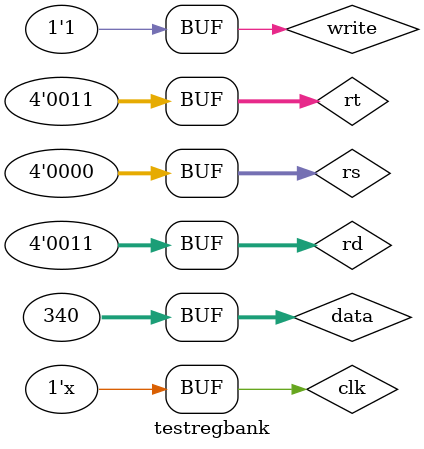
<source format=v>
`timescale 1ns / 1ps


module testregbank;

	// Inputs
	reg clk;
	reg [3:0] rs;
	reg [3:0] rt;
	reg [3:0] rd;
	reg [31:0] data;
	reg write;

	// Outputs
	wire [31:0] rd1;
	wire [31:0] rd2;

	// Instantiate the Unit Under Test (UUT)
	registers uut (
		.rd1(rd1), 
		.rd2(rd2), 
		.clk(clk), 
		.rs(rs), 
		.rt(rt), 
		.rd(rd), 
		.data(data), 
		.write(write)
	);

	initial begin
		// Initialize Inputs
		clk = 0;
		rs = 0;
		rt = 3;
		rd = 0;
		data = 234;
		write = 1;

		// Wait 100 ns for global reset to finish
		#100;
		
		
		clk = 0;
		rs = 0;
		rt = 3;
		rd = 3;
		data = 340;
		write = 1;

		// Wait 100 ns for global reset to finish
		#100;
        
		// Add stimulus here

	end
     always #20 clk = ~clk;
endmodule


</source>
